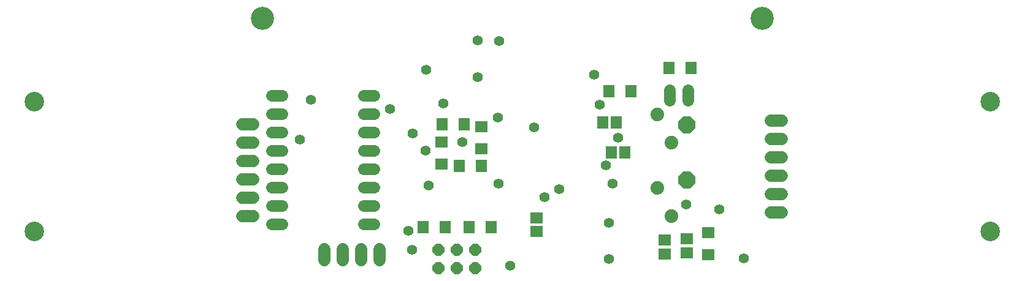
<source format=gbs>
G75*
%MOIN*%
%OFA0B0*%
%FSLAX25Y25*%
%IPPOS*%
%LPD*%
%AMOC8*
5,1,8,0,0,1.08239X$1,22.5*
%
%ADD10C,0.10643*%
%ADD11C,0.12611*%
%ADD12R,0.07099X0.05918*%
%ADD13R,0.05918X0.07099*%
%ADD14C,0.07400*%
%ADD15OC8,0.09300*%
%ADD16OC8,0.06400*%
%ADD17C,0.06800*%
%ADD18C,0.06400*%
%ADD19R,0.06706X0.05918*%
%ADD20R,0.05918X0.06706*%
%ADD21C,0.06343*%
%ADD22C,0.05550*%
D10*
X0016748Y0033895D03*
X0016748Y0104761D03*
X0536433Y0104761D03*
X0536433Y0033895D03*
D11*
X0412417Y0150037D03*
X0140764Y0150037D03*
D12*
X0259846Y0090974D03*
X0238154Y0082875D03*
X0259846Y0078974D03*
X0238154Y0070875D03*
X0383244Y0033517D03*
X0383244Y0021517D03*
D13*
X0265118Y0036360D03*
X0253118Y0036360D03*
X0240280Y0036348D03*
X0228280Y0036348D03*
X0247768Y0069738D03*
X0259768Y0069738D03*
X0250417Y0092320D03*
X0238417Y0092320D03*
X0329055Y0110470D03*
X0341055Y0110470D03*
X0361693Y0123108D03*
X0373693Y0123108D03*
D14*
X0355579Y0097619D03*
X0363272Y0082509D03*
X0355579Y0057619D03*
X0363272Y0042509D03*
D15*
X0371630Y0062202D03*
X0371630Y0092202D03*
D16*
X0256394Y0024167D03*
X0246394Y0024167D03*
X0236394Y0024167D03*
X0236394Y0014167D03*
X0246394Y0014167D03*
X0256394Y0014167D03*
D17*
X0204583Y0018336D02*
X0204583Y0024336D01*
X0194583Y0024336D02*
X0194583Y0018336D01*
X0184583Y0018336D02*
X0184583Y0024336D01*
X0174583Y0024336D02*
X0174583Y0018336D01*
X0135890Y0042360D02*
X0129890Y0042360D01*
X0129890Y0052360D02*
X0135890Y0052360D01*
X0135890Y0062360D02*
X0129890Y0062360D01*
X0129890Y0072360D02*
X0135890Y0072360D01*
X0135890Y0082360D02*
X0129890Y0082360D01*
X0129890Y0092360D02*
X0135890Y0092360D01*
X0417291Y0094328D02*
X0423291Y0094328D01*
X0423291Y0084328D02*
X0417291Y0084328D01*
X0417291Y0074328D02*
X0423291Y0074328D01*
X0423291Y0064328D02*
X0417291Y0064328D01*
X0417291Y0054328D02*
X0423291Y0054328D01*
X0423291Y0044328D02*
X0417291Y0044328D01*
D18*
X0372047Y0105335D02*
X0372047Y0110935D01*
X0362047Y0110935D02*
X0362047Y0105335D01*
D19*
X0289780Y0041533D03*
X0289780Y0034052D03*
X0359504Y0029328D03*
X0371394Y0029958D03*
X0371394Y0022478D03*
X0359504Y0021848D03*
D20*
X0337969Y0077123D03*
X0330488Y0077123D03*
X0333201Y0093513D03*
X0325720Y0093513D03*
D21*
X0201465Y0098100D02*
X0195921Y0098100D01*
X0195921Y0108100D02*
X0201465Y0108100D01*
X0151465Y0108100D02*
X0145921Y0108100D01*
X0145921Y0098100D02*
X0151465Y0098100D01*
X0151465Y0088100D02*
X0145921Y0088100D01*
X0145921Y0078100D02*
X0151465Y0078100D01*
X0151465Y0068100D02*
X0145921Y0068100D01*
X0145921Y0058100D02*
X0151465Y0058100D01*
X0151465Y0048100D02*
X0145921Y0048100D01*
X0145921Y0038100D02*
X0151465Y0038100D01*
X0195921Y0038100D02*
X0201465Y0038100D01*
X0201465Y0048100D02*
X0195921Y0048100D01*
X0195921Y0058100D02*
X0201465Y0058100D01*
X0201465Y0068100D02*
X0195921Y0068100D01*
X0195921Y0078100D02*
X0201465Y0078100D01*
X0201465Y0088100D02*
X0195921Y0088100D01*
D22*
X0222378Y0087399D03*
X0249346Y0082596D03*
X0229591Y0077997D03*
X0268941Y0096068D03*
X0288634Y0090879D03*
X0324091Y0103210D03*
X0321157Y0119486D03*
X0269551Y0137722D03*
X0257862Y0138115D03*
X0229701Y0122005D03*
X0257850Y0118029D03*
X0239091Y0103848D03*
X0210091Y0100710D03*
X0167091Y0105635D03*
X0161024Y0084123D03*
X0231150Y0059210D03*
X0269189Y0060076D03*
X0294091Y0052745D03*
X0302299Y0057045D03*
X0331201Y0059974D03*
X0327433Y0070226D03*
X0334020Y0084942D03*
X0371091Y0048710D03*
X0389091Y0046190D03*
X0329189Y0038777D03*
X0329307Y0018895D03*
X0275567Y0015234D03*
X0222091Y0024210D03*
X0220173Y0034486D03*
X0402654Y0019486D03*
M02*

</source>
